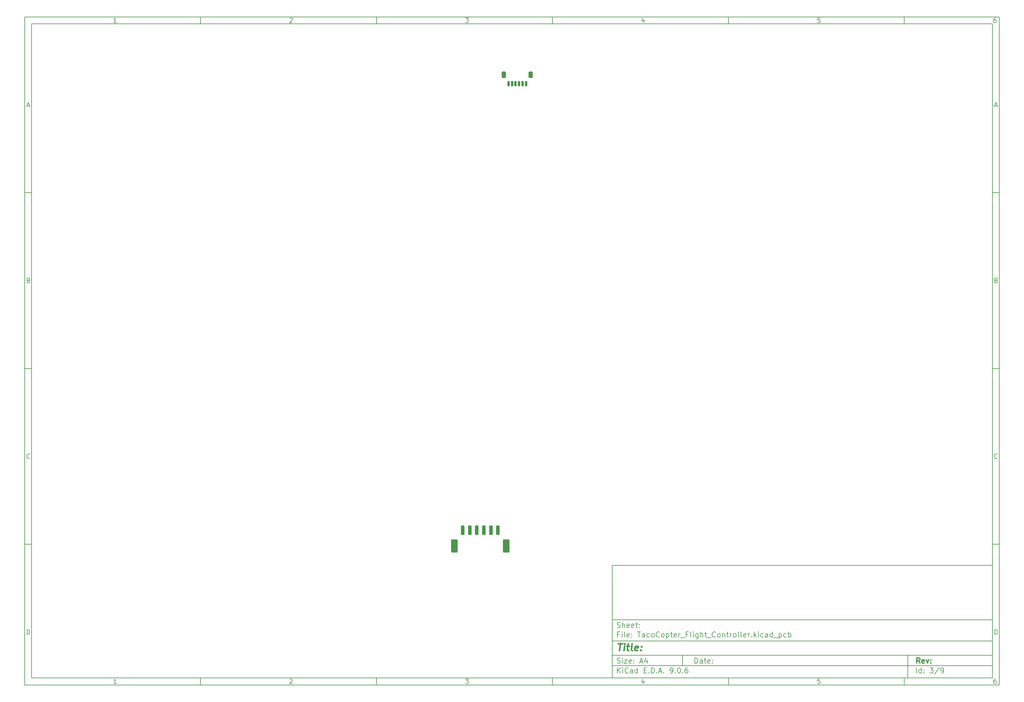
<source format=gtp>
%TF.GenerationSoftware,KiCad,Pcbnew,9.0.6*%
%TF.CreationDate,2025-12-23T20:00:03-05:00*%
%TF.ProjectId,TacoCopter_Flight_Controller,5461636f-436f-4707-9465-725f466c6967,rev?*%
%TF.SameCoordinates,Original*%
%TF.FileFunction,Paste,Top*%
%TF.FilePolarity,Positive*%
%FSLAX46Y46*%
G04 Gerber Fmt 4.6, Leading zero omitted, Abs format (unit mm)*
G04 Created by KiCad (PCBNEW 9.0.6) date 2025-12-23 20:00:03*
%MOMM*%
%LPD*%
G01*
G04 APERTURE LIST*
G04 Aperture macros list*
%AMRoundRect*
0 Rectangle with rounded corners*
0 $1 Rounding radius*
0 $2 $3 $4 $5 $6 $7 $8 $9 X,Y pos of 4 corners*
0 Add a 4 corners polygon primitive as box body*
4,1,4,$2,$3,$4,$5,$6,$7,$8,$9,$2,$3,0*
0 Add four circle primitives for the rounded corners*
1,1,$1+$1,$2,$3*
1,1,$1+$1,$4,$5*
1,1,$1+$1,$6,$7*
1,1,$1+$1,$8,$9*
0 Add four rect primitives between the rounded corners*
20,1,$1+$1,$2,$3,$4,$5,0*
20,1,$1+$1,$4,$5,$6,$7,0*
20,1,$1+$1,$6,$7,$8,$9,0*
20,1,$1+$1,$8,$9,$2,$3,0*%
G04 Aperture macros list end*
%ADD10C,0.100000*%
%ADD11C,0.150000*%
%ADD12C,0.300000*%
%ADD13C,0.400000*%
%ADD14RoundRect,0.150000X-0.150000X-0.625000X0.150000X-0.625000X0.150000X0.625000X-0.150000X0.625000X0*%
%ADD15RoundRect,0.250000X-0.350000X-0.650000X0.350000X-0.650000X0.350000X0.650000X-0.350000X0.650000X0*%
%ADD16RoundRect,0.250000X-0.250000X-1.100000X0.250000X-1.100000X0.250000X1.100000X-0.250000X1.100000X0*%
%ADD17RoundRect,0.250000X-0.650000X-1.650000X0.650000X-1.650000X0.650000X1.650000X-0.650000X1.650000X0*%
G04 APERTURE END LIST*
D10*
D11*
X177002200Y-166007200D02*
X285002200Y-166007200D01*
X285002200Y-198007200D01*
X177002200Y-198007200D01*
X177002200Y-166007200D01*
D10*
D11*
X10000000Y-10000000D02*
X287002200Y-10000000D01*
X287002200Y-200007200D01*
X10000000Y-200007200D01*
X10000000Y-10000000D01*
D10*
D11*
X12000000Y-12000000D02*
X285002200Y-12000000D01*
X285002200Y-198007200D01*
X12000000Y-198007200D01*
X12000000Y-12000000D01*
D10*
D11*
X60000000Y-12000000D02*
X60000000Y-10000000D01*
D10*
D11*
X110000000Y-12000000D02*
X110000000Y-10000000D01*
D10*
D11*
X160000000Y-12000000D02*
X160000000Y-10000000D01*
D10*
D11*
X210000000Y-12000000D02*
X210000000Y-10000000D01*
D10*
D11*
X260000000Y-12000000D02*
X260000000Y-10000000D01*
D10*
D11*
X36089160Y-11593604D02*
X35346303Y-11593604D01*
X35717731Y-11593604D02*
X35717731Y-10293604D01*
X35717731Y-10293604D02*
X35593922Y-10479319D01*
X35593922Y-10479319D02*
X35470112Y-10603128D01*
X35470112Y-10603128D02*
X35346303Y-10665033D01*
D10*
D11*
X85346303Y-10417414D02*
X85408207Y-10355509D01*
X85408207Y-10355509D02*
X85532017Y-10293604D01*
X85532017Y-10293604D02*
X85841541Y-10293604D01*
X85841541Y-10293604D02*
X85965350Y-10355509D01*
X85965350Y-10355509D02*
X86027255Y-10417414D01*
X86027255Y-10417414D02*
X86089160Y-10541223D01*
X86089160Y-10541223D02*
X86089160Y-10665033D01*
X86089160Y-10665033D02*
X86027255Y-10850747D01*
X86027255Y-10850747D02*
X85284398Y-11593604D01*
X85284398Y-11593604D02*
X86089160Y-11593604D01*
D10*
D11*
X135284398Y-10293604D02*
X136089160Y-10293604D01*
X136089160Y-10293604D02*
X135655826Y-10788842D01*
X135655826Y-10788842D02*
X135841541Y-10788842D01*
X135841541Y-10788842D02*
X135965350Y-10850747D01*
X135965350Y-10850747D02*
X136027255Y-10912652D01*
X136027255Y-10912652D02*
X136089160Y-11036461D01*
X136089160Y-11036461D02*
X136089160Y-11345985D01*
X136089160Y-11345985D02*
X136027255Y-11469795D01*
X136027255Y-11469795D02*
X135965350Y-11531700D01*
X135965350Y-11531700D02*
X135841541Y-11593604D01*
X135841541Y-11593604D02*
X135470112Y-11593604D01*
X135470112Y-11593604D02*
X135346303Y-11531700D01*
X135346303Y-11531700D02*
X135284398Y-11469795D01*
D10*
D11*
X185965350Y-10726938D02*
X185965350Y-11593604D01*
X185655826Y-10231700D02*
X185346303Y-11160271D01*
X185346303Y-11160271D02*
X186151064Y-11160271D01*
D10*
D11*
X236027255Y-10293604D02*
X235408207Y-10293604D01*
X235408207Y-10293604D02*
X235346303Y-10912652D01*
X235346303Y-10912652D02*
X235408207Y-10850747D01*
X235408207Y-10850747D02*
X235532017Y-10788842D01*
X235532017Y-10788842D02*
X235841541Y-10788842D01*
X235841541Y-10788842D02*
X235965350Y-10850747D01*
X235965350Y-10850747D02*
X236027255Y-10912652D01*
X236027255Y-10912652D02*
X236089160Y-11036461D01*
X236089160Y-11036461D02*
X236089160Y-11345985D01*
X236089160Y-11345985D02*
X236027255Y-11469795D01*
X236027255Y-11469795D02*
X235965350Y-11531700D01*
X235965350Y-11531700D02*
X235841541Y-11593604D01*
X235841541Y-11593604D02*
X235532017Y-11593604D01*
X235532017Y-11593604D02*
X235408207Y-11531700D01*
X235408207Y-11531700D02*
X235346303Y-11469795D01*
D10*
D11*
X285965350Y-10293604D02*
X285717731Y-10293604D01*
X285717731Y-10293604D02*
X285593922Y-10355509D01*
X285593922Y-10355509D02*
X285532017Y-10417414D01*
X285532017Y-10417414D02*
X285408207Y-10603128D01*
X285408207Y-10603128D02*
X285346303Y-10850747D01*
X285346303Y-10850747D02*
X285346303Y-11345985D01*
X285346303Y-11345985D02*
X285408207Y-11469795D01*
X285408207Y-11469795D02*
X285470112Y-11531700D01*
X285470112Y-11531700D02*
X285593922Y-11593604D01*
X285593922Y-11593604D02*
X285841541Y-11593604D01*
X285841541Y-11593604D02*
X285965350Y-11531700D01*
X285965350Y-11531700D02*
X286027255Y-11469795D01*
X286027255Y-11469795D02*
X286089160Y-11345985D01*
X286089160Y-11345985D02*
X286089160Y-11036461D01*
X286089160Y-11036461D02*
X286027255Y-10912652D01*
X286027255Y-10912652D02*
X285965350Y-10850747D01*
X285965350Y-10850747D02*
X285841541Y-10788842D01*
X285841541Y-10788842D02*
X285593922Y-10788842D01*
X285593922Y-10788842D02*
X285470112Y-10850747D01*
X285470112Y-10850747D02*
X285408207Y-10912652D01*
X285408207Y-10912652D02*
X285346303Y-11036461D01*
D10*
D11*
X60000000Y-198007200D02*
X60000000Y-200007200D01*
D10*
D11*
X110000000Y-198007200D02*
X110000000Y-200007200D01*
D10*
D11*
X160000000Y-198007200D02*
X160000000Y-200007200D01*
D10*
D11*
X210000000Y-198007200D02*
X210000000Y-200007200D01*
D10*
D11*
X260000000Y-198007200D02*
X260000000Y-200007200D01*
D10*
D11*
X36089160Y-199600804D02*
X35346303Y-199600804D01*
X35717731Y-199600804D02*
X35717731Y-198300804D01*
X35717731Y-198300804D02*
X35593922Y-198486519D01*
X35593922Y-198486519D02*
X35470112Y-198610328D01*
X35470112Y-198610328D02*
X35346303Y-198672233D01*
D10*
D11*
X85346303Y-198424614D02*
X85408207Y-198362709D01*
X85408207Y-198362709D02*
X85532017Y-198300804D01*
X85532017Y-198300804D02*
X85841541Y-198300804D01*
X85841541Y-198300804D02*
X85965350Y-198362709D01*
X85965350Y-198362709D02*
X86027255Y-198424614D01*
X86027255Y-198424614D02*
X86089160Y-198548423D01*
X86089160Y-198548423D02*
X86089160Y-198672233D01*
X86089160Y-198672233D02*
X86027255Y-198857947D01*
X86027255Y-198857947D02*
X85284398Y-199600804D01*
X85284398Y-199600804D02*
X86089160Y-199600804D01*
D10*
D11*
X135284398Y-198300804D02*
X136089160Y-198300804D01*
X136089160Y-198300804D02*
X135655826Y-198796042D01*
X135655826Y-198796042D02*
X135841541Y-198796042D01*
X135841541Y-198796042D02*
X135965350Y-198857947D01*
X135965350Y-198857947D02*
X136027255Y-198919852D01*
X136027255Y-198919852D02*
X136089160Y-199043661D01*
X136089160Y-199043661D02*
X136089160Y-199353185D01*
X136089160Y-199353185D02*
X136027255Y-199476995D01*
X136027255Y-199476995D02*
X135965350Y-199538900D01*
X135965350Y-199538900D02*
X135841541Y-199600804D01*
X135841541Y-199600804D02*
X135470112Y-199600804D01*
X135470112Y-199600804D02*
X135346303Y-199538900D01*
X135346303Y-199538900D02*
X135284398Y-199476995D01*
D10*
D11*
X185965350Y-198734138D02*
X185965350Y-199600804D01*
X185655826Y-198238900D02*
X185346303Y-199167471D01*
X185346303Y-199167471D02*
X186151064Y-199167471D01*
D10*
D11*
X236027255Y-198300804D02*
X235408207Y-198300804D01*
X235408207Y-198300804D02*
X235346303Y-198919852D01*
X235346303Y-198919852D02*
X235408207Y-198857947D01*
X235408207Y-198857947D02*
X235532017Y-198796042D01*
X235532017Y-198796042D02*
X235841541Y-198796042D01*
X235841541Y-198796042D02*
X235965350Y-198857947D01*
X235965350Y-198857947D02*
X236027255Y-198919852D01*
X236027255Y-198919852D02*
X236089160Y-199043661D01*
X236089160Y-199043661D02*
X236089160Y-199353185D01*
X236089160Y-199353185D02*
X236027255Y-199476995D01*
X236027255Y-199476995D02*
X235965350Y-199538900D01*
X235965350Y-199538900D02*
X235841541Y-199600804D01*
X235841541Y-199600804D02*
X235532017Y-199600804D01*
X235532017Y-199600804D02*
X235408207Y-199538900D01*
X235408207Y-199538900D02*
X235346303Y-199476995D01*
D10*
D11*
X285965350Y-198300804D02*
X285717731Y-198300804D01*
X285717731Y-198300804D02*
X285593922Y-198362709D01*
X285593922Y-198362709D02*
X285532017Y-198424614D01*
X285532017Y-198424614D02*
X285408207Y-198610328D01*
X285408207Y-198610328D02*
X285346303Y-198857947D01*
X285346303Y-198857947D02*
X285346303Y-199353185D01*
X285346303Y-199353185D02*
X285408207Y-199476995D01*
X285408207Y-199476995D02*
X285470112Y-199538900D01*
X285470112Y-199538900D02*
X285593922Y-199600804D01*
X285593922Y-199600804D02*
X285841541Y-199600804D01*
X285841541Y-199600804D02*
X285965350Y-199538900D01*
X285965350Y-199538900D02*
X286027255Y-199476995D01*
X286027255Y-199476995D02*
X286089160Y-199353185D01*
X286089160Y-199353185D02*
X286089160Y-199043661D01*
X286089160Y-199043661D02*
X286027255Y-198919852D01*
X286027255Y-198919852D02*
X285965350Y-198857947D01*
X285965350Y-198857947D02*
X285841541Y-198796042D01*
X285841541Y-198796042D02*
X285593922Y-198796042D01*
X285593922Y-198796042D02*
X285470112Y-198857947D01*
X285470112Y-198857947D02*
X285408207Y-198919852D01*
X285408207Y-198919852D02*
X285346303Y-199043661D01*
D10*
D11*
X10000000Y-60000000D02*
X12000000Y-60000000D01*
D10*
D11*
X10000000Y-110000000D02*
X12000000Y-110000000D01*
D10*
D11*
X10000000Y-160000000D02*
X12000000Y-160000000D01*
D10*
D11*
X10690476Y-35222176D02*
X11309523Y-35222176D01*
X10566666Y-35593604D02*
X10999999Y-34293604D01*
X10999999Y-34293604D02*
X11433333Y-35593604D01*
D10*
D11*
X11092857Y-84912652D02*
X11278571Y-84974557D01*
X11278571Y-84974557D02*
X11340476Y-85036461D01*
X11340476Y-85036461D02*
X11402380Y-85160271D01*
X11402380Y-85160271D02*
X11402380Y-85345985D01*
X11402380Y-85345985D02*
X11340476Y-85469795D01*
X11340476Y-85469795D02*
X11278571Y-85531700D01*
X11278571Y-85531700D02*
X11154761Y-85593604D01*
X11154761Y-85593604D02*
X10659523Y-85593604D01*
X10659523Y-85593604D02*
X10659523Y-84293604D01*
X10659523Y-84293604D02*
X11092857Y-84293604D01*
X11092857Y-84293604D02*
X11216666Y-84355509D01*
X11216666Y-84355509D02*
X11278571Y-84417414D01*
X11278571Y-84417414D02*
X11340476Y-84541223D01*
X11340476Y-84541223D02*
X11340476Y-84665033D01*
X11340476Y-84665033D02*
X11278571Y-84788842D01*
X11278571Y-84788842D02*
X11216666Y-84850747D01*
X11216666Y-84850747D02*
X11092857Y-84912652D01*
X11092857Y-84912652D02*
X10659523Y-84912652D01*
D10*
D11*
X11402380Y-135469795D02*
X11340476Y-135531700D01*
X11340476Y-135531700D02*
X11154761Y-135593604D01*
X11154761Y-135593604D02*
X11030952Y-135593604D01*
X11030952Y-135593604D02*
X10845238Y-135531700D01*
X10845238Y-135531700D02*
X10721428Y-135407890D01*
X10721428Y-135407890D02*
X10659523Y-135284080D01*
X10659523Y-135284080D02*
X10597619Y-135036461D01*
X10597619Y-135036461D02*
X10597619Y-134850747D01*
X10597619Y-134850747D02*
X10659523Y-134603128D01*
X10659523Y-134603128D02*
X10721428Y-134479319D01*
X10721428Y-134479319D02*
X10845238Y-134355509D01*
X10845238Y-134355509D02*
X11030952Y-134293604D01*
X11030952Y-134293604D02*
X11154761Y-134293604D01*
X11154761Y-134293604D02*
X11340476Y-134355509D01*
X11340476Y-134355509D02*
X11402380Y-134417414D01*
D10*
D11*
X10659523Y-185593604D02*
X10659523Y-184293604D01*
X10659523Y-184293604D02*
X10969047Y-184293604D01*
X10969047Y-184293604D02*
X11154761Y-184355509D01*
X11154761Y-184355509D02*
X11278571Y-184479319D01*
X11278571Y-184479319D02*
X11340476Y-184603128D01*
X11340476Y-184603128D02*
X11402380Y-184850747D01*
X11402380Y-184850747D02*
X11402380Y-185036461D01*
X11402380Y-185036461D02*
X11340476Y-185284080D01*
X11340476Y-185284080D02*
X11278571Y-185407890D01*
X11278571Y-185407890D02*
X11154761Y-185531700D01*
X11154761Y-185531700D02*
X10969047Y-185593604D01*
X10969047Y-185593604D02*
X10659523Y-185593604D01*
D10*
D11*
X287002200Y-60000000D02*
X285002200Y-60000000D01*
D10*
D11*
X287002200Y-110000000D02*
X285002200Y-110000000D01*
D10*
D11*
X287002200Y-160000000D02*
X285002200Y-160000000D01*
D10*
D11*
X285692676Y-35222176D02*
X286311723Y-35222176D01*
X285568866Y-35593604D02*
X286002199Y-34293604D01*
X286002199Y-34293604D02*
X286435533Y-35593604D01*
D10*
D11*
X286095057Y-84912652D02*
X286280771Y-84974557D01*
X286280771Y-84974557D02*
X286342676Y-85036461D01*
X286342676Y-85036461D02*
X286404580Y-85160271D01*
X286404580Y-85160271D02*
X286404580Y-85345985D01*
X286404580Y-85345985D02*
X286342676Y-85469795D01*
X286342676Y-85469795D02*
X286280771Y-85531700D01*
X286280771Y-85531700D02*
X286156961Y-85593604D01*
X286156961Y-85593604D02*
X285661723Y-85593604D01*
X285661723Y-85593604D02*
X285661723Y-84293604D01*
X285661723Y-84293604D02*
X286095057Y-84293604D01*
X286095057Y-84293604D02*
X286218866Y-84355509D01*
X286218866Y-84355509D02*
X286280771Y-84417414D01*
X286280771Y-84417414D02*
X286342676Y-84541223D01*
X286342676Y-84541223D02*
X286342676Y-84665033D01*
X286342676Y-84665033D02*
X286280771Y-84788842D01*
X286280771Y-84788842D02*
X286218866Y-84850747D01*
X286218866Y-84850747D02*
X286095057Y-84912652D01*
X286095057Y-84912652D02*
X285661723Y-84912652D01*
D10*
D11*
X286404580Y-135469795D02*
X286342676Y-135531700D01*
X286342676Y-135531700D02*
X286156961Y-135593604D01*
X286156961Y-135593604D02*
X286033152Y-135593604D01*
X286033152Y-135593604D02*
X285847438Y-135531700D01*
X285847438Y-135531700D02*
X285723628Y-135407890D01*
X285723628Y-135407890D02*
X285661723Y-135284080D01*
X285661723Y-135284080D02*
X285599819Y-135036461D01*
X285599819Y-135036461D02*
X285599819Y-134850747D01*
X285599819Y-134850747D02*
X285661723Y-134603128D01*
X285661723Y-134603128D02*
X285723628Y-134479319D01*
X285723628Y-134479319D02*
X285847438Y-134355509D01*
X285847438Y-134355509D02*
X286033152Y-134293604D01*
X286033152Y-134293604D02*
X286156961Y-134293604D01*
X286156961Y-134293604D02*
X286342676Y-134355509D01*
X286342676Y-134355509D02*
X286404580Y-134417414D01*
D10*
D11*
X285661723Y-185593604D02*
X285661723Y-184293604D01*
X285661723Y-184293604D02*
X285971247Y-184293604D01*
X285971247Y-184293604D02*
X286156961Y-184355509D01*
X286156961Y-184355509D02*
X286280771Y-184479319D01*
X286280771Y-184479319D02*
X286342676Y-184603128D01*
X286342676Y-184603128D02*
X286404580Y-184850747D01*
X286404580Y-184850747D02*
X286404580Y-185036461D01*
X286404580Y-185036461D02*
X286342676Y-185284080D01*
X286342676Y-185284080D02*
X286280771Y-185407890D01*
X286280771Y-185407890D02*
X286156961Y-185531700D01*
X286156961Y-185531700D02*
X285971247Y-185593604D01*
X285971247Y-185593604D02*
X285661723Y-185593604D01*
D10*
D11*
X200458026Y-193793328D02*
X200458026Y-192293328D01*
X200458026Y-192293328D02*
X200815169Y-192293328D01*
X200815169Y-192293328D02*
X201029455Y-192364757D01*
X201029455Y-192364757D02*
X201172312Y-192507614D01*
X201172312Y-192507614D02*
X201243741Y-192650471D01*
X201243741Y-192650471D02*
X201315169Y-192936185D01*
X201315169Y-192936185D02*
X201315169Y-193150471D01*
X201315169Y-193150471D02*
X201243741Y-193436185D01*
X201243741Y-193436185D02*
X201172312Y-193579042D01*
X201172312Y-193579042D02*
X201029455Y-193721900D01*
X201029455Y-193721900D02*
X200815169Y-193793328D01*
X200815169Y-193793328D02*
X200458026Y-193793328D01*
X202600884Y-193793328D02*
X202600884Y-193007614D01*
X202600884Y-193007614D02*
X202529455Y-192864757D01*
X202529455Y-192864757D02*
X202386598Y-192793328D01*
X202386598Y-192793328D02*
X202100884Y-192793328D01*
X202100884Y-192793328D02*
X201958026Y-192864757D01*
X202600884Y-193721900D02*
X202458026Y-193793328D01*
X202458026Y-193793328D02*
X202100884Y-193793328D01*
X202100884Y-193793328D02*
X201958026Y-193721900D01*
X201958026Y-193721900D02*
X201886598Y-193579042D01*
X201886598Y-193579042D02*
X201886598Y-193436185D01*
X201886598Y-193436185D02*
X201958026Y-193293328D01*
X201958026Y-193293328D02*
X202100884Y-193221900D01*
X202100884Y-193221900D02*
X202458026Y-193221900D01*
X202458026Y-193221900D02*
X202600884Y-193150471D01*
X203100884Y-192793328D02*
X203672312Y-192793328D01*
X203315169Y-192293328D02*
X203315169Y-193579042D01*
X203315169Y-193579042D02*
X203386598Y-193721900D01*
X203386598Y-193721900D02*
X203529455Y-193793328D01*
X203529455Y-193793328D02*
X203672312Y-193793328D01*
X204743741Y-193721900D02*
X204600884Y-193793328D01*
X204600884Y-193793328D02*
X204315170Y-193793328D01*
X204315170Y-193793328D02*
X204172312Y-193721900D01*
X204172312Y-193721900D02*
X204100884Y-193579042D01*
X204100884Y-193579042D02*
X204100884Y-193007614D01*
X204100884Y-193007614D02*
X204172312Y-192864757D01*
X204172312Y-192864757D02*
X204315170Y-192793328D01*
X204315170Y-192793328D02*
X204600884Y-192793328D01*
X204600884Y-192793328D02*
X204743741Y-192864757D01*
X204743741Y-192864757D02*
X204815170Y-193007614D01*
X204815170Y-193007614D02*
X204815170Y-193150471D01*
X204815170Y-193150471D02*
X204100884Y-193293328D01*
X205458026Y-193650471D02*
X205529455Y-193721900D01*
X205529455Y-193721900D02*
X205458026Y-193793328D01*
X205458026Y-193793328D02*
X205386598Y-193721900D01*
X205386598Y-193721900D02*
X205458026Y-193650471D01*
X205458026Y-193650471D02*
X205458026Y-193793328D01*
X205458026Y-192864757D02*
X205529455Y-192936185D01*
X205529455Y-192936185D02*
X205458026Y-193007614D01*
X205458026Y-193007614D02*
X205386598Y-192936185D01*
X205386598Y-192936185D02*
X205458026Y-192864757D01*
X205458026Y-192864757D02*
X205458026Y-193007614D01*
D10*
D11*
X177002200Y-194507200D02*
X285002200Y-194507200D01*
D10*
D11*
X178458026Y-196593328D02*
X178458026Y-195093328D01*
X179315169Y-196593328D02*
X178672312Y-195736185D01*
X179315169Y-195093328D02*
X178458026Y-195950471D01*
X179958026Y-196593328D02*
X179958026Y-195593328D01*
X179958026Y-195093328D02*
X179886598Y-195164757D01*
X179886598Y-195164757D02*
X179958026Y-195236185D01*
X179958026Y-195236185D02*
X180029455Y-195164757D01*
X180029455Y-195164757D02*
X179958026Y-195093328D01*
X179958026Y-195093328D02*
X179958026Y-195236185D01*
X181529455Y-196450471D02*
X181458027Y-196521900D01*
X181458027Y-196521900D02*
X181243741Y-196593328D01*
X181243741Y-196593328D02*
X181100884Y-196593328D01*
X181100884Y-196593328D02*
X180886598Y-196521900D01*
X180886598Y-196521900D02*
X180743741Y-196379042D01*
X180743741Y-196379042D02*
X180672312Y-196236185D01*
X180672312Y-196236185D02*
X180600884Y-195950471D01*
X180600884Y-195950471D02*
X180600884Y-195736185D01*
X180600884Y-195736185D02*
X180672312Y-195450471D01*
X180672312Y-195450471D02*
X180743741Y-195307614D01*
X180743741Y-195307614D02*
X180886598Y-195164757D01*
X180886598Y-195164757D02*
X181100884Y-195093328D01*
X181100884Y-195093328D02*
X181243741Y-195093328D01*
X181243741Y-195093328D02*
X181458027Y-195164757D01*
X181458027Y-195164757D02*
X181529455Y-195236185D01*
X182815170Y-196593328D02*
X182815170Y-195807614D01*
X182815170Y-195807614D02*
X182743741Y-195664757D01*
X182743741Y-195664757D02*
X182600884Y-195593328D01*
X182600884Y-195593328D02*
X182315170Y-195593328D01*
X182315170Y-195593328D02*
X182172312Y-195664757D01*
X182815170Y-196521900D02*
X182672312Y-196593328D01*
X182672312Y-196593328D02*
X182315170Y-196593328D01*
X182315170Y-196593328D02*
X182172312Y-196521900D01*
X182172312Y-196521900D02*
X182100884Y-196379042D01*
X182100884Y-196379042D02*
X182100884Y-196236185D01*
X182100884Y-196236185D02*
X182172312Y-196093328D01*
X182172312Y-196093328D02*
X182315170Y-196021900D01*
X182315170Y-196021900D02*
X182672312Y-196021900D01*
X182672312Y-196021900D02*
X182815170Y-195950471D01*
X184172313Y-196593328D02*
X184172313Y-195093328D01*
X184172313Y-196521900D02*
X184029455Y-196593328D01*
X184029455Y-196593328D02*
X183743741Y-196593328D01*
X183743741Y-196593328D02*
X183600884Y-196521900D01*
X183600884Y-196521900D02*
X183529455Y-196450471D01*
X183529455Y-196450471D02*
X183458027Y-196307614D01*
X183458027Y-196307614D02*
X183458027Y-195879042D01*
X183458027Y-195879042D02*
X183529455Y-195736185D01*
X183529455Y-195736185D02*
X183600884Y-195664757D01*
X183600884Y-195664757D02*
X183743741Y-195593328D01*
X183743741Y-195593328D02*
X184029455Y-195593328D01*
X184029455Y-195593328D02*
X184172313Y-195664757D01*
X186029455Y-195807614D02*
X186529455Y-195807614D01*
X186743741Y-196593328D02*
X186029455Y-196593328D01*
X186029455Y-196593328D02*
X186029455Y-195093328D01*
X186029455Y-195093328D02*
X186743741Y-195093328D01*
X187386598Y-196450471D02*
X187458027Y-196521900D01*
X187458027Y-196521900D02*
X187386598Y-196593328D01*
X187386598Y-196593328D02*
X187315170Y-196521900D01*
X187315170Y-196521900D02*
X187386598Y-196450471D01*
X187386598Y-196450471D02*
X187386598Y-196593328D01*
X188100884Y-196593328D02*
X188100884Y-195093328D01*
X188100884Y-195093328D02*
X188458027Y-195093328D01*
X188458027Y-195093328D02*
X188672313Y-195164757D01*
X188672313Y-195164757D02*
X188815170Y-195307614D01*
X188815170Y-195307614D02*
X188886599Y-195450471D01*
X188886599Y-195450471D02*
X188958027Y-195736185D01*
X188958027Y-195736185D02*
X188958027Y-195950471D01*
X188958027Y-195950471D02*
X188886599Y-196236185D01*
X188886599Y-196236185D02*
X188815170Y-196379042D01*
X188815170Y-196379042D02*
X188672313Y-196521900D01*
X188672313Y-196521900D02*
X188458027Y-196593328D01*
X188458027Y-196593328D02*
X188100884Y-196593328D01*
X189600884Y-196450471D02*
X189672313Y-196521900D01*
X189672313Y-196521900D02*
X189600884Y-196593328D01*
X189600884Y-196593328D02*
X189529456Y-196521900D01*
X189529456Y-196521900D02*
X189600884Y-196450471D01*
X189600884Y-196450471D02*
X189600884Y-196593328D01*
X190243742Y-196164757D02*
X190958028Y-196164757D01*
X190100885Y-196593328D02*
X190600885Y-195093328D01*
X190600885Y-195093328D02*
X191100885Y-196593328D01*
X191600884Y-196450471D02*
X191672313Y-196521900D01*
X191672313Y-196521900D02*
X191600884Y-196593328D01*
X191600884Y-196593328D02*
X191529456Y-196521900D01*
X191529456Y-196521900D02*
X191600884Y-196450471D01*
X191600884Y-196450471D02*
X191600884Y-196593328D01*
X193529456Y-196593328D02*
X193815170Y-196593328D01*
X193815170Y-196593328D02*
X193958027Y-196521900D01*
X193958027Y-196521900D02*
X194029456Y-196450471D01*
X194029456Y-196450471D02*
X194172313Y-196236185D01*
X194172313Y-196236185D02*
X194243742Y-195950471D01*
X194243742Y-195950471D02*
X194243742Y-195379042D01*
X194243742Y-195379042D02*
X194172313Y-195236185D01*
X194172313Y-195236185D02*
X194100885Y-195164757D01*
X194100885Y-195164757D02*
X193958027Y-195093328D01*
X193958027Y-195093328D02*
X193672313Y-195093328D01*
X193672313Y-195093328D02*
X193529456Y-195164757D01*
X193529456Y-195164757D02*
X193458027Y-195236185D01*
X193458027Y-195236185D02*
X193386599Y-195379042D01*
X193386599Y-195379042D02*
X193386599Y-195736185D01*
X193386599Y-195736185D02*
X193458027Y-195879042D01*
X193458027Y-195879042D02*
X193529456Y-195950471D01*
X193529456Y-195950471D02*
X193672313Y-196021900D01*
X193672313Y-196021900D02*
X193958027Y-196021900D01*
X193958027Y-196021900D02*
X194100885Y-195950471D01*
X194100885Y-195950471D02*
X194172313Y-195879042D01*
X194172313Y-195879042D02*
X194243742Y-195736185D01*
X194886598Y-196450471D02*
X194958027Y-196521900D01*
X194958027Y-196521900D02*
X194886598Y-196593328D01*
X194886598Y-196593328D02*
X194815170Y-196521900D01*
X194815170Y-196521900D02*
X194886598Y-196450471D01*
X194886598Y-196450471D02*
X194886598Y-196593328D01*
X195886599Y-195093328D02*
X196029456Y-195093328D01*
X196029456Y-195093328D02*
X196172313Y-195164757D01*
X196172313Y-195164757D02*
X196243742Y-195236185D01*
X196243742Y-195236185D02*
X196315170Y-195379042D01*
X196315170Y-195379042D02*
X196386599Y-195664757D01*
X196386599Y-195664757D02*
X196386599Y-196021900D01*
X196386599Y-196021900D02*
X196315170Y-196307614D01*
X196315170Y-196307614D02*
X196243742Y-196450471D01*
X196243742Y-196450471D02*
X196172313Y-196521900D01*
X196172313Y-196521900D02*
X196029456Y-196593328D01*
X196029456Y-196593328D02*
X195886599Y-196593328D01*
X195886599Y-196593328D02*
X195743742Y-196521900D01*
X195743742Y-196521900D02*
X195672313Y-196450471D01*
X195672313Y-196450471D02*
X195600884Y-196307614D01*
X195600884Y-196307614D02*
X195529456Y-196021900D01*
X195529456Y-196021900D02*
X195529456Y-195664757D01*
X195529456Y-195664757D02*
X195600884Y-195379042D01*
X195600884Y-195379042D02*
X195672313Y-195236185D01*
X195672313Y-195236185D02*
X195743742Y-195164757D01*
X195743742Y-195164757D02*
X195886599Y-195093328D01*
X197029455Y-196450471D02*
X197100884Y-196521900D01*
X197100884Y-196521900D02*
X197029455Y-196593328D01*
X197029455Y-196593328D02*
X196958027Y-196521900D01*
X196958027Y-196521900D02*
X197029455Y-196450471D01*
X197029455Y-196450471D02*
X197029455Y-196593328D01*
X198386599Y-195093328D02*
X198100884Y-195093328D01*
X198100884Y-195093328D02*
X197958027Y-195164757D01*
X197958027Y-195164757D02*
X197886599Y-195236185D01*
X197886599Y-195236185D02*
X197743741Y-195450471D01*
X197743741Y-195450471D02*
X197672313Y-195736185D01*
X197672313Y-195736185D02*
X197672313Y-196307614D01*
X197672313Y-196307614D02*
X197743741Y-196450471D01*
X197743741Y-196450471D02*
X197815170Y-196521900D01*
X197815170Y-196521900D02*
X197958027Y-196593328D01*
X197958027Y-196593328D02*
X198243741Y-196593328D01*
X198243741Y-196593328D02*
X198386599Y-196521900D01*
X198386599Y-196521900D02*
X198458027Y-196450471D01*
X198458027Y-196450471D02*
X198529456Y-196307614D01*
X198529456Y-196307614D02*
X198529456Y-195950471D01*
X198529456Y-195950471D02*
X198458027Y-195807614D01*
X198458027Y-195807614D02*
X198386599Y-195736185D01*
X198386599Y-195736185D02*
X198243741Y-195664757D01*
X198243741Y-195664757D02*
X197958027Y-195664757D01*
X197958027Y-195664757D02*
X197815170Y-195736185D01*
X197815170Y-195736185D02*
X197743741Y-195807614D01*
X197743741Y-195807614D02*
X197672313Y-195950471D01*
D10*
D11*
X177002200Y-191507200D02*
X285002200Y-191507200D01*
D10*
D12*
X264413853Y-193785528D02*
X263913853Y-193071242D01*
X263556710Y-193785528D02*
X263556710Y-192285528D01*
X263556710Y-192285528D02*
X264128139Y-192285528D01*
X264128139Y-192285528D02*
X264270996Y-192356957D01*
X264270996Y-192356957D02*
X264342425Y-192428385D01*
X264342425Y-192428385D02*
X264413853Y-192571242D01*
X264413853Y-192571242D02*
X264413853Y-192785528D01*
X264413853Y-192785528D02*
X264342425Y-192928385D01*
X264342425Y-192928385D02*
X264270996Y-192999814D01*
X264270996Y-192999814D02*
X264128139Y-193071242D01*
X264128139Y-193071242D02*
X263556710Y-193071242D01*
X265628139Y-193714100D02*
X265485282Y-193785528D01*
X265485282Y-193785528D02*
X265199568Y-193785528D01*
X265199568Y-193785528D02*
X265056710Y-193714100D01*
X265056710Y-193714100D02*
X264985282Y-193571242D01*
X264985282Y-193571242D02*
X264985282Y-192999814D01*
X264985282Y-192999814D02*
X265056710Y-192856957D01*
X265056710Y-192856957D02*
X265199568Y-192785528D01*
X265199568Y-192785528D02*
X265485282Y-192785528D01*
X265485282Y-192785528D02*
X265628139Y-192856957D01*
X265628139Y-192856957D02*
X265699568Y-192999814D01*
X265699568Y-192999814D02*
X265699568Y-193142671D01*
X265699568Y-193142671D02*
X264985282Y-193285528D01*
X266199567Y-192785528D02*
X266556710Y-193785528D01*
X266556710Y-193785528D02*
X266913853Y-192785528D01*
X267485281Y-193642671D02*
X267556710Y-193714100D01*
X267556710Y-193714100D02*
X267485281Y-193785528D01*
X267485281Y-193785528D02*
X267413853Y-193714100D01*
X267413853Y-193714100D02*
X267485281Y-193642671D01*
X267485281Y-193642671D02*
X267485281Y-193785528D01*
X267485281Y-192856957D02*
X267556710Y-192928385D01*
X267556710Y-192928385D02*
X267485281Y-192999814D01*
X267485281Y-192999814D02*
X267413853Y-192928385D01*
X267413853Y-192928385D02*
X267485281Y-192856957D01*
X267485281Y-192856957D02*
X267485281Y-192999814D01*
D10*
D11*
X178386598Y-193721900D02*
X178600884Y-193793328D01*
X178600884Y-193793328D02*
X178958026Y-193793328D01*
X178958026Y-193793328D02*
X179100884Y-193721900D01*
X179100884Y-193721900D02*
X179172312Y-193650471D01*
X179172312Y-193650471D02*
X179243741Y-193507614D01*
X179243741Y-193507614D02*
X179243741Y-193364757D01*
X179243741Y-193364757D02*
X179172312Y-193221900D01*
X179172312Y-193221900D02*
X179100884Y-193150471D01*
X179100884Y-193150471D02*
X178958026Y-193079042D01*
X178958026Y-193079042D02*
X178672312Y-193007614D01*
X178672312Y-193007614D02*
X178529455Y-192936185D01*
X178529455Y-192936185D02*
X178458026Y-192864757D01*
X178458026Y-192864757D02*
X178386598Y-192721900D01*
X178386598Y-192721900D02*
X178386598Y-192579042D01*
X178386598Y-192579042D02*
X178458026Y-192436185D01*
X178458026Y-192436185D02*
X178529455Y-192364757D01*
X178529455Y-192364757D02*
X178672312Y-192293328D01*
X178672312Y-192293328D02*
X179029455Y-192293328D01*
X179029455Y-192293328D02*
X179243741Y-192364757D01*
X179886597Y-193793328D02*
X179886597Y-192793328D01*
X179886597Y-192293328D02*
X179815169Y-192364757D01*
X179815169Y-192364757D02*
X179886597Y-192436185D01*
X179886597Y-192436185D02*
X179958026Y-192364757D01*
X179958026Y-192364757D02*
X179886597Y-192293328D01*
X179886597Y-192293328D02*
X179886597Y-192436185D01*
X180458026Y-192793328D02*
X181243741Y-192793328D01*
X181243741Y-192793328D02*
X180458026Y-193793328D01*
X180458026Y-193793328D02*
X181243741Y-193793328D01*
X182386598Y-193721900D02*
X182243741Y-193793328D01*
X182243741Y-193793328D02*
X181958027Y-193793328D01*
X181958027Y-193793328D02*
X181815169Y-193721900D01*
X181815169Y-193721900D02*
X181743741Y-193579042D01*
X181743741Y-193579042D02*
X181743741Y-193007614D01*
X181743741Y-193007614D02*
X181815169Y-192864757D01*
X181815169Y-192864757D02*
X181958027Y-192793328D01*
X181958027Y-192793328D02*
X182243741Y-192793328D01*
X182243741Y-192793328D02*
X182386598Y-192864757D01*
X182386598Y-192864757D02*
X182458027Y-193007614D01*
X182458027Y-193007614D02*
X182458027Y-193150471D01*
X182458027Y-193150471D02*
X181743741Y-193293328D01*
X183100883Y-193650471D02*
X183172312Y-193721900D01*
X183172312Y-193721900D02*
X183100883Y-193793328D01*
X183100883Y-193793328D02*
X183029455Y-193721900D01*
X183029455Y-193721900D02*
X183100883Y-193650471D01*
X183100883Y-193650471D02*
X183100883Y-193793328D01*
X183100883Y-192864757D02*
X183172312Y-192936185D01*
X183172312Y-192936185D02*
X183100883Y-193007614D01*
X183100883Y-193007614D02*
X183029455Y-192936185D01*
X183029455Y-192936185D02*
X183100883Y-192864757D01*
X183100883Y-192864757D02*
X183100883Y-193007614D01*
X184886598Y-193364757D02*
X185600884Y-193364757D01*
X184743741Y-193793328D02*
X185243741Y-192293328D01*
X185243741Y-192293328D02*
X185743741Y-193793328D01*
X186886598Y-192793328D02*
X186886598Y-193793328D01*
X186529455Y-192221900D02*
X186172312Y-193293328D01*
X186172312Y-193293328D02*
X187100883Y-193293328D01*
D10*
D11*
X263458026Y-196593328D02*
X263458026Y-195093328D01*
X264815170Y-196593328D02*
X264815170Y-195093328D01*
X264815170Y-196521900D02*
X264672312Y-196593328D01*
X264672312Y-196593328D02*
X264386598Y-196593328D01*
X264386598Y-196593328D02*
X264243741Y-196521900D01*
X264243741Y-196521900D02*
X264172312Y-196450471D01*
X264172312Y-196450471D02*
X264100884Y-196307614D01*
X264100884Y-196307614D02*
X264100884Y-195879042D01*
X264100884Y-195879042D02*
X264172312Y-195736185D01*
X264172312Y-195736185D02*
X264243741Y-195664757D01*
X264243741Y-195664757D02*
X264386598Y-195593328D01*
X264386598Y-195593328D02*
X264672312Y-195593328D01*
X264672312Y-195593328D02*
X264815170Y-195664757D01*
X265529455Y-196450471D02*
X265600884Y-196521900D01*
X265600884Y-196521900D02*
X265529455Y-196593328D01*
X265529455Y-196593328D02*
X265458027Y-196521900D01*
X265458027Y-196521900D02*
X265529455Y-196450471D01*
X265529455Y-196450471D02*
X265529455Y-196593328D01*
X265529455Y-195664757D02*
X265600884Y-195736185D01*
X265600884Y-195736185D02*
X265529455Y-195807614D01*
X265529455Y-195807614D02*
X265458027Y-195736185D01*
X265458027Y-195736185D02*
X265529455Y-195664757D01*
X265529455Y-195664757D02*
X265529455Y-195807614D01*
X267243741Y-195093328D02*
X268172313Y-195093328D01*
X268172313Y-195093328D02*
X267672313Y-195664757D01*
X267672313Y-195664757D02*
X267886598Y-195664757D01*
X267886598Y-195664757D02*
X268029456Y-195736185D01*
X268029456Y-195736185D02*
X268100884Y-195807614D01*
X268100884Y-195807614D02*
X268172313Y-195950471D01*
X268172313Y-195950471D02*
X268172313Y-196307614D01*
X268172313Y-196307614D02*
X268100884Y-196450471D01*
X268100884Y-196450471D02*
X268029456Y-196521900D01*
X268029456Y-196521900D02*
X267886598Y-196593328D01*
X267886598Y-196593328D02*
X267458027Y-196593328D01*
X267458027Y-196593328D02*
X267315170Y-196521900D01*
X267315170Y-196521900D02*
X267243741Y-196450471D01*
X269886598Y-195021900D02*
X268600884Y-196950471D01*
X270458027Y-196593328D02*
X270743741Y-196593328D01*
X270743741Y-196593328D02*
X270886598Y-196521900D01*
X270886598Y-196521900D02*
X270958027Y-196450471D01*
X270958027Y-196450471D02*
X271100884Y-196236185D01*
X271100884Y-196236185D02*
X271172313Y-195950471D01*
X271172313Y-195950471D02*
X271172313Y-195379042D01*
X271172313Y-195379042D02*
X271100884Y-195236185D01*
X271100884Y-195236185D02*
X271029456Y-195164757D01*
X271029456Y-195164757D02*
X270886598Y-195093328D01*
X270886598Y-195093328D02*
X270600884Y-195093328D01*
X270600884Y-195093328D02*
X270458027Y-195164757D01*
X270458027Y-195164757D02*
X270386598Y-195236185D01*
X270386598Y-195236185D02*
X270315170Y-195379042D01*
X270315170Y-195379042D02*
X270315170Y-195736185D01*
X270315170Y-195736185D02*
X270386598Y-195879042D01*
X270386598Y-195879042D02*
X270458027Y-195950471D01*
X270458027Y-195950471D02*
X270600884Y-196021900D01*
X270600884Y-196021900D02*
X270886598Y-196021900D01*
X270886598Y-196021900D02*
X271029456Y-195950471D01*
X271029456Y-195950471D02*
X271100884Y-195879042D01*
X271100884Y-195879042D02*
X271172313Y-195736185D01*
D10*
D11*
X177002200Y-187507200D02*
X285002200Y-187507200D01*
D10*
D13*
X178693928Y-188211638D02*
X179836785Y-188211638D01*
X179015357Y-190211638D02*
X179265357Y-188211638D01*
X180253452Y-190211638D02*
X180420119Y-188878304D01*
X180503452Y-188211638D02*
X180396309Y-188306876D01*
X180396309Y-188306876D02*
X180479643Y-188402114D01*
X180479643Y-188402114D02*
X180586786Y-188306876D01*
X180586786Y-188306876D02*
X180503452Y-188211638D01*
X180503452Y-188211638D02*
X180479643Y-188402114D01*
X181086786Y-188878304D02*
X181848690Y-188878304D01*
X181455833Y-188211638D02*
X181241548Y-189925923D01*
X181241548Y-189925923D02*
X181312976Y-190116400D01*
X181312976Y-190116400D02*
X181491548Y-190211638D01*
X181491548Y-190211638D02*
X181682024Y-190211638D01*
X182634405Y-190211638D02*
X182455833Y-190116400D01*
X182455833Y-190116400D02*
X182384405Y-189925923D01*
X182384405Y-189925923D02*
X182598690Y-188211638D01*
X184170119Y-190116400D02*
X183967738Y-190211638D01*
X183967738Y-190211638D02*
X183586785Y-190211638D01*
X183586785Y-190211638D02*
X183408214Y-190116400D01*
X183408214Y-190116400D02*
X183336785Y-189925923D01*
X183336785Y-189925923D02*
X183432024Y-189164019D01*
X183432024Y-189164019D02*
X183551071Y-188973542D01*
X183551071Y-188973542D02*
X183753452Y-188878304D01*
X183753452Y-188878304D02*
X184134404Y-188878304D01*
X184134404Y-188878304D02*
X184312976Y-188973542D01*
X184312976Y-188973542D02*
X184384404Y-189164019D01*
X184384404Y-189164019D02*
X184360595Y-189354495D01*
X184360595Y-189354495D02*
X183384404Y-189544971D01*
X185134405Y-190021161D02*
X185217738Y-190116400D01*
X185217738Y-190116400D02*
X185110595Y-190211638D01*
X185110595Y-190211638D02*
X185027262Y-190116400D01*
X185027262Y-190116400D02*
X185134405Y-190021161D01*
X185134405Y-190021161D02*
X185110595Y-190211638D01*
X185265357Y-188973542D02*
X185348690Y-189068780D01*
X185348690Y-189068780D02*
X185241548Y-189164019D01*
X185241548Y-189164019D02*
X185158214Y-189068780D01*
X185158214Y-189068780D02*
X185265357Y-188973542D01*
X185265357Y-188973542D02*
X185241548Y-189164019D01*
D10*
D11*
X178958026Y-185607614D02*
X178458026Y-185607614D01*
X178458026Y-186393328D02*
X178458026Y-184893328D01*
X178458026Y-184893328D02*
X179172312Y-184893328D01*
X179743740Y-186393328D02*
X179743740Y-185393328D01*
X179743740Y-184893328D02*
X179672312Y-184964757D01*
X179672312Y-184964757D02*
X179743740Y-185036185D01*
X179743740Y-185036185D02*
X179815169Y-184964757D01*
X179815169Y-184964757D02*
X179743740Y-184893328D01*
X179743740Y-184893328D02*
X179743740Y-185036185D01*
X180672312Y-186393328D02*
X180529455Y-186321900D01*
X180529455Y-186321900D02*
X180458026Y-186179042D01*
X180458026Y-186179042D02*
X180458026Y-184893328D01*
X181815169Y-186321900D02*
X181672312Y-186393328D01*
X181672312Y-186393328D02*
X181386598Y-186393328D01*
X181386598Y-186393328D02*
X181243740Y-186321900D01*
X181243740Y-186321900D02*
X181172312Y-186179042D01*
X181172312Y-186179042D02*
X181172312Y-185607614D01*
X181172312Y-185607614D02*
X181243740Y-185464757D01*
X181243740Y-185464757D02*
X181386598Y-185393328D01*
X181386598Y-185393328D02*
X181672312Y-185393328D01*
X181672312Y-185393328D02*
X181815169Y-185464757D01*
X181815169Y-185464757D02*
X181886598Y-185607614D01*
X181886598Y-185607614D02*
X181886598Y-185750471D01*
X181886598Y-185750471D02*
X181172312Y-185893328D01*
X182529454Y-186250471D02*
X182600883Y-186321900D01*
X182600883Y-186321900D02*
X182529454Y-186393328D01*
X182529454Y-186393328D02*
X182458026Y-186321900D01*
X182458026Y-186321900D02*
X182529454Y-186250471D01*
X182529454Y-186250471D02*
X182529454Y-186393328D01*
X182529454Y-185464757D02*
X182600883Y-185536185D01*
X182600883Y-185536185D02*
X182529454Y-185607614D01*
X182529454Y-185607614D02*
X182458026Y-185536185D01*
X182458026Y-185536185D02*
X182529454Y-185464757D01*
X182529454Y-185464757D02*
X182529454Y-185607614D01*
X184172312Y-184893328D02*
X185029455Y-184893328D01*
X184600883Y-186393328D02*
X184600883Y-184893328D01*
X186172312Y-186393328D02*
X186172312Y-185607614D01*
X186172312Y-185607614D02*
X186100883Y-185464757D01*
X186100883Y-185464757D02*
X185958026Y-185393328D01*
X185958026Y-185393328D02*
X185672312Y-185393328D01*
X185672312Y-185393328D02*
X185529454Y-185464757D01*
X186172312Y-186321900D02*
X186029454Y-186393328D01*
X186029454Y-186393328D02*
X185672312Y-186393328D01*
X185672312Y-186393328D02*
X185529454Y-186321900D01*
X185529454Y-186321900D02*
X185458026Y-186179042D01*
X185458026Y-186179042D02*
X185458026Y-186036185D01*
X185458026Y-186036185D02*
X185529454Y-185893328D01*
X185529454Y-185893328D02*
X185672312Y-185821900D01*
X185672312Y-185821900D02*
X186029454Y-185821900D01*
X186029454Y-185821900D02*
X186172312Y-185750471D01*
X187529455Y-186321900D02*
X187386597Y-186393328D01*
X187386597Y-186393328D02*
X187100883Y-186393328D01*
X187100883Y-186393328D02*
X186958026Y-186321900D01*
X186958026Y-186321900D02*
X186886597Y-186250471D01*
X186886597Y-186250471D02*
X186815169Y-186107614D01*
X186815169Y-186107614D02*
X186815169Y-185679042D01*
X186815169Y-185679042D02*
X186886597Y-185536185D01*
X186886597Y-185536185D02*
X186958026Y-185464757D01*
X186958026Y-185464757D02*
X187100883Y-185393328D01*
X187100883Y-185393328D02*
X187386597Y-185393328D01*
X187386597Y-185393328D02*
X187529455Y-185464757D01*
X188386597Y-186393328D02*
X188243740Y-186321900D01*
X188243740Y-186321900D02*
X188172311Y-186250471D01*
X188172311Y-186250471D02*
X188100883Y-186107614D01*
X188100883Y-186107614D02*
X188100883Y-185679042D01*
X188100883Y-185679042D02*
X188172311Y-185536185D01*
X188172311Y-185536185D02*
X188243740Y-185464757D01*
X188243740Y-185464757D02*
X188386597Y-185393328D01*
X188386597Y-185393328D02*
X188600883Y-185393328D01*
X188600883Y-185393328D02*
X188743740Y-185464757D01*
X188743740Y-185464757D02*
X188815169Y-185536185D01*
X188815169Y-185536185D02*
X188886597Y-185679042D01*
X188886597Y-185679042D02*
X188886597Y-186107614D01*
X188886597Y-186107614D02*
X188815169Y-186250471D01*
X188815169Y-186250471D02*
X188743740Y-186321900D01*
X188743740Y-186321900D02*
X188600883Y-186393328D01*
X188600883Y-186393328D02*
X188386597Y-186393328D01*
X190386597Y-186250471D02*
X190315169Y-186321900D01*
X190315169Y-186321900D02*
X190100883Y-186393328D01*
X190100883Y-186393328D02*
X189958026Y-186393328D01*
X189958026Y-186393328D02*
X189743740Y-186321900D01*
X189743740Y-186321900D02*
X189600883Y-186179042D01*
X189600883Y-186179042D02*
X189529454Y-186036185D01*
X189529454Y-186036185D02*
X189458026Y-185750471D01*
X189458026Y-185750471D02*
X189458026Y-185536185D01*
X189458026Y-185536185D02*
X189529454Y-185250471D01*
X189529454Y-185250471D02*
X189600883Y-185107614D01*
X189600883Y-185107614D02*
X189743740Y-184964757D01*
X189743740Y-184964757D02*
X189958026Y-184893328D01*
X189958026Y-184893328D02*
X190100883Y-184893328D01*
X190100883Y-184893328D02*
X190315169Y-184964757D01*
X190315169Y-184964757D02*
X190386597Y-185036185D01*
X191243740Y-186393328D02*
X191100883Y-186321900D01*
X191100883Y-186321900D02*
X191029454Y-186250471D01*
X191029454Y-186250471D02*
X190958026Y-186107614D01*
X190958026Y-186107614D02*
X190958026Y-185679042D01*
X190958026Y-185679042D02*
X191029454Y-185536185D01*
X191029454Y-185536185D02*
X191100883Y-185464757D01*
X191100883Y-185464757D02*
X191243740Y-185393328D01*
X191243740Y-185393328D02*
X191458026Y-185393328D01*
X191458026Y-185393328D02*
X191600883Y-185464757D01*
X191600883Y-185464757D02*
X191672312Y-185536185D01*
X191672312Y-185536185D02*
X191743740Y-185679042D01*
X191743740Y-185679042D02*
X191743740Y-186107614D01*
X191743740Y-186107614D02*
X191672312Y-186250471D01*
X191672312Y-186250471D02*
X191600883Y-186321900D01*
X191600883Y-186321900D02*
X191458026Y-186393328D01*
X191458026Y-186393328D02*
X191243740Y-186393328D01*
X192386597Y-185393328D02*
X192386597Y-186893328D01*
X192386597Y-185464757D02*
X192529455Y-185393328D01*
X192529455Y-185393328D02*
X192815169Y-185393328D01*
X192815169Y-185393328D02*
X192958026Y-185464757D01*
X192958026Y-185464757D02*
X193029455Y-185536185D01*
X193029455Y-185536185D02*
X193100883Y-185679042D01*
X193100883Y-185679042D02*
X193100883Y-186107614D01*
X193100883Y-186107614D02*
X193029455Y-186250471D01*
X193029455Y-186250471D02*
X192958026Y-186321900D01*
X192958026Y-186321900D02*
X192815169Y-186393328D01*
X192815169Y-186393328D02*
X192529455Y-186393328D01*
X192529455Y-186393328D02*
X192386597Y-186321900D01*
X193529455Y-185393328D02*
X194100883Y-185393328D01*
X193743740Y-184893328D02*
X193743740Y-186179042D01*
X193743740Y-186179042D02*
X193815169Y-186321900D01*
X193815169Y-186321900D02*
X193958026Y-186393328D01*
X193958026Y-186393328D02*
X194100883Y-186393328D01*
X195172312Y-186321900D02*
X195029455Y-186393328D01*
X195029455Y-186393328D02*
X194743741Y-186393328D01*
X194743741Y-186393328D02*
X194600883Y-186321900D01*
X194600883Y-186321900D02*
X194529455Y-186179042D01*
X194529455Y-186179042D02*
X194529455Y-185607614D01*
X194529455Y-185607614D02*
X194600883Y-185464757D01*
X194600883Y-185464757D02*
X194743741Y-185393328D01*
X194743741Y-185393328D02*
X195029455Y-185393328D01*
X195029455Y-185393328D02*
X195172312Y-185464757D01*
X195172312Y-185464757D02*
X195243741Y-185607614D01*
X195243741Y-185607614D02*
X195243741Y-185750471D01*
X195243741Y-185750471D02*
X194529455Y-185893328D01*
X195886597Y-186393328D02*
X195886597Y-185393328D01*
X195886597Y-185679042D02*
X195958026Y-185536185D01*
X195958026Y-185536185D02*
X196029455Y-185464757D01*
X196029455Y-185464757D02*
X196172312Y-185393328D01*
X196172312Y-185393328D02*
X196315169Y-185393328D01*
X196458026Y-186536185D02*
X197600883Y-186536185D01*
X198458025Y-185607614D02*
X197958025Y-185607614D01*
X197958025Y-186393328D02*
X197958025Y-184893328D01*
X197958025Y-184893328D02*
X198672311Y-184893328D01*
X199458025Y-186393328D02*
X199315168Y-186321900D01*
X199315168Y-186321900D02*
X199243739Y-186179042D01*
X199243739Y-186179042D02*
X199243739Y-184893328D01*
X200029453Y-186393328D02*
X200029453Y-185393328D01*
X200029453Y-184893328D02*
X199958025Y-184964757D01*
X199958025Y-184964757D02*
X200029453Y-185036185D01*
X200029453Y-185036185D02*
X200100882Y-184964757D01*
X200100882Y-184964757D02*
X200029453Y-184893328D01*
X200029453Y-184893328D02*
X200029453Y-185036185D01*
X201386597Y-185393328D02*
X201386597Y-186607614D01*
X201386597Y-186607614D02*
X201315168Y-186750471D01*
X201315168Y-186750471D02*
X201243739Y-186821900D01*
X201243739Y-186821900D02*
X201100882Y-186893328D01*
X201100882Y-186893328D02*
X200886597Y-186893328D01*
X200886597Y-186893328D02*
X200743739Y-186821900D01*
X201386597Y-186321900D02*
X201243739Y-186393328D01*
X201243739Y-186393328D02*
X200958025Y-186393328D01*
X200958025Y-186393328D02*
X200815168Y-186321900D01*
X200815168Y-186321900D02*
X200743739Y-186250471D01*
X200743739Y-186250471D02*
X200672311Y-186107614D01*
X200672311Y-186107614D02*
X200672311Y-185679042D01*
X200672311Y-185679042D02*
X200743739Y-185536185D01*
X200743739Y-185536185D02*
X200815168Y-185464757D01*
X200815168Y-185464757D02*
X200958025Y-185393328D01*
X200958025Y-185393328D02*
X201243739Y-185393328D01*
X201243739Y-185393328D02*
X201386597Y-185464757D01*
X202100882Y-186393328D02*
X202100882Y-184893328D01*
X202743740Y-186393328D02*
X202743740Y-185607614D01*
X202743740Y-185607614D02*
X202672311Y-185464757D01*
X202672311Y-185464757D02*
X202529454Y-185393328D01*
X202529454Y-185393328D02*
X202315168Y-185393328D01*
X202315168Y-185393328D02*
X202172311Y-185464757D01*
X202172311Y-185464757D02*
X202100882Y-185536185D01*
X203243740Y-185393328D02*
X203815168Y-185393328D01*
X203458025Y-184893328D02*
X203458025Y-186179042D01*
X203458025Y-186179042D02*
X203529454Y-186321900D01*
X203529454Y-186321900D02*
X203672311Y-186393328D01*
X203672311Y-186393328D02*
X203815168Y-186393328D01*
X203958026Y-186536185D02*
X205100883Y-186536185D01*
X206315168Y-186250471D02*
X206243740Y-186321900D01*
X206243740Y-186321900D02*
X206029454Y-186393328D01*
X206029454Y-186393328D02*
X205886597Y-186393328D01*
X205886597Y-186393328D02*
X205672311Y-186321900D01*
X205672311Y-186321900D02*
X205529454Y-186179042D01*
X205529454Y-186179042D02*
X205458025Y-186036185D01*
X205458025Y-186036185D02*
X205386597Y-185750471D01*
X205386597Y-185750471D02*
X205386597Y-185536185D01*
X205386597Y-185536185D02*
X205458025Y-185250471D01*
X205458025Y-185250471D02*
X205529454Y-185107614D01*
X205529454Y-185107614D02*
X205672311Y-184964757D01*
X205672311Y-184964757D02*
X205886597Y-184893328D01*
X205886597Y-184893328D02*
X206029454Y-184893328D01*
X206029454Y-184893328D02*
X206243740Y-184964757D01*
X206243740Y-184964757D02*
X206315168Y-185036185D01*
X207172311Y-186393328D02*
X207029454Y-186321900D01*
X207029454Y-186321900D02*
X206958025Y-186250471D01*
X206958025Y-186250471D02*
X206886597Y-186107614D01*
X206886597Y-186107614D02*
X206886597Y-185679042D01*
X206886597Y-185679042D02*
X206958025Y-185536185D01*
X206958025Y-185536185D02*
X207029454Y-185464757D01*
X207029454Y-185464757D02*
X207172311Y-185393328D01*
X207172311Y-185393328D02*
X207386597Y-185393328D01*
X207386597Y-185393328D02*
X207529454Y-185464757D01*
X207529454Y-185464757D02*
X207600883Y-185536185D01*
X207600883Y-185536185D02*
X207672311Y-185679042D01*
X207672311Y-185679042D02*
X207672311Y-186107614D01*
X207672311Y-186107614D02*
X207600883Y-186250471D01*
X207600883Y-186250471D02*
X207529454Y-186321900D01*
X207529454Y-186321900D02*
X207386597Y-186393328D01*
X207386597Y-186393328D02*
X207172311Y-186393328D01*
X208315168Y-185393328D02*
X208315168Y-186393328D01*
X208315168Y-185536185D02*
X208386597Y-185464757D01*
X208386597Y-185464757D02*
X208529454Y-185393328D01*
X208529454Y-185393328D02*
X208743740Y-185393328D01*
X208743740Y-185393328D02*
X208886597Y-185464757D01*
X208886597Y-185464757D02*
X208958026Y-185607614D01*
X208958026Y-185607614D02*
X208958026Y-186393328D01*
X209458026Y-185393328D02*
X210029454Y-185393328D01*
X209672311Y-184893328D02*
X209672311Y-186179042D01*
X209672311Y-186179042D02*
X209743740Y-186321900D01*
X209743740Y-186321900D02*
X209886597Y-186393328D01*
X209886597Y-186393328D02*
X210029454Y-186393328D01*
X210529454Y-186393328D02*
X210529454Y-185393328D01*
X210529454Y-185679042D02*
X210600883Y-185536185D01*
X210600883Y-185536185D02*
X210672312Y-185464757D01*
X210672312Y-185464757D02*
X210815169Y-185393328D01*
X210815169Y-185393328D02*
X210958026Y-185393328D01*
X211672311Y-186393328D02*
X211529454Y-186321900D01*
X211529454Y-186321900D02*
X211458025Y-186250471D01*
X211458025Y-186250471D02*
X211386597Y-186107614D01*
X211386597Y-186107614D02*
X211386597Y-185679042D01*
X211386597Y-185679042D02*
X211458025Y-185536185D01*
X211458025Y-185536185D02*
X211529454Y-185464757D01*
X211529454Y-185464757D02*
X211672311Y-185393328D01*
X211672311Y-185393328D02*
X211886597Y-185393328D01*
X211886597Y-185393328D02*
X212029454Y-185464757D01*
X212029454Y-185464757D02*
X212100883Y-185536185D01*
X212100883Y-185536185D02*
X212172311Y-185679042D01*
X212172311Y-185679042D02*
X212172311Y-186107614D01*
X212172311Y-186107614D02*
X212100883Y-186250471D01*
X212100883Y-186250471D02*
X212029454Y-186321900D01*
X212029454Y-186321900D02*
X211886597Y-186393328D01*
X211886597Y-186393328D02*
X211672311Y-186393328D01*
X213029454Y-186393328D02*
X212886597Y-186321900D01*
X212886597Y-186321900D02*
X212815168Y-186179042D01*
X212815168Y-186179042D02*
X212815168Y-184893328D01*
X213815168Y-186393328D02*
X213672311Y-186321900D01*
X213672311Y-186321900D02*
X213600882Y-186179042D01*
X213600882Y-186179042D02*
X213600882Y-184893328D01*
X214958025Y-186321900D02*
X214815168Y-186393328D01*
X214815168Y-186393328D02*
X214529454Y-186393328D01*
X214529454Y-186393328D02*
X214386596Y-186321900D01*
X214386596Y-186321900D02*
X214315168Y-186179042D01*
X214315168Y-186179042D02*
X214315168Y-185607614D01*
X214315168Y-185607614D02*
X214386596Y-185464757D01*
X214386596Y-185464757D02*
X214529454Y-185393328D01*
X214529454Y-185393328D02*
X214815168Y-185393328D01*
X214815168Y-185393328D02*
X214958025Y-185464757D01*
X214958025Y-185464757D02*
X215029454Y-185607614D01*
X215029454Y-185607614D02*
X215029454Y-185750471D01*
X215029454Y-185750471D02*
X214315168Y-185893328D01*
X215672310Y-186393328D02*
X215672310Y-185393328D01*
X215672310Y-185679042D02*
X215743739Y-185536185D01*
X215743739Y-185536185D02*
X215815168Y-185464757D01*
X215815168Y-185464757D02*
X215958025Y-185393328D01*
X215958025Y-185393328D02*
X216100882Y-185393328D01*
X216600881Y-186250471D02*
X216672310Y-186321900D01*
X216672310Y-186321900D02*
X216600881Y-186393328D01*
X216600881Y-186393328D02*
X216529453Y-186321900D01*
X216529453Y-186321900D02*
X216600881Y-186250471D01*
X216600881Y-186250471D02*
X216600881Y-186393328D01*
X217315167Y-186393328D02*
X217315167Y-184893328D01*
X217458025Y-185821900D02*
X217886596Y-186393328D01*
X217886596Y-185393328D02*
X217315167Y-185964757D01*
X218529453Y-186393328D02*
X218529453Y-185393328D01*
X218529453Y-184893328D02*
X218458025Y-184964757D01*
X218458025Y-184964757D02*
X218529453Y-185036185D01*
X218529453Y-185036185D02*
X218600882Y-184964757D01*
X218600882Y-184964757D02*
X218529453Y-184893328D01*
X218529453Y-184893328D02*
X218529453Y-185036185D01*
X219886597Y-186321900D02*
X219743739Y-186393328D01*
X219743739Y-186393328D02*
X219458025Y-186393328D01*
X219458025Y-186393328D02*
X219315168Y-186321900D01*
X219315168Y-186321900D02*
X219243739Y-186250471D01*
X219243739Y-186250471D02*
X219172311Y-186107614D01*
X219172311Y-186107614D02*
X219172311Y-185679042D01*
X219172311Y-185679042D02*
X219243739Y-185536185D01*
X219243739Y-185536185D02*
X219315168Y-185464757D01*
X219315168Y-185464757D02*
X219458025Y-185393328D01*
X219458025Y-185393328D02*
X219743739Y-185393328D01*
X219743739Y-185393328D02*
X219886597Y-185464757D01*
X221172311Y-186393328D02*
X221172311Y-185607614D01*
X221172311Y-185607614D02*
X221100882Y-185464757D01*
X221100882Y-185464757D02*
X220958025Y-185393328D01*
X220958025Y-185393328D02*
X220672311Y-185393328D01*
X220672311Y-185393328D02*
X220529453Y-185464757D01*
X221172311Y-186321900D02*
X221029453Y-186393328D01*
X221029453Y-186393328D02*
X220672311Y-186393328D01*
X220672311Y-186393328D02*
X220529453Y-186321900D01*
X220529453Y-186321900D02*
X220458025Y-186179042D01*
X220458025Y-186179042D02*
X220458025Y-186036185D01*
X220458025Y-186036185D02*
X220529453Y-185893328D01*
X220529453Y-185893328D02*
X220672311Y-185821900D01*
X220672311Y-185821900D02*
X221029453Y-185821900D01*
X221029453Y-185821900D02*
X221172311Y-185750471D01*
X222529454Y-186393328D02*
X222529454Y-184893328D01*
X222529454Y-186321900D02*
X222386596Y-186393328D01*
X222386596Y-186393328D02*
X222100882Y-186393328D01*
X222100882Y-186393328D02*
X221958025Y-186321900D01*
X221958025Y-186321900D02*
X221886596Y-186250471D01*
X221886596Y-186250471D02*
X221815168Y-186107614D01*
X221815168Y-186107614D02*
X221815168Y-185679042D01*
X221815168Y-185679042D02*
X221886596Y-185536185D01*
X221886596Y-185536185D02*
X221958025Y-185464757D01*
X221958025Y-185464757D02*
X222100882Y-185393328D01*
X222100882Y-185393328D02*
X222386596Y-185393328D01*
X222386596Y-185393328D02*
X222529454Y-185464757D01*
X222886597Y-186536185D02*
X224029454Y-186536185D01*
X224386596Y-185393328D02*
X224386596Y-186893328D01*
X224386596Y-185464757D02*
X224529454Y-185393328D01*
X224529454Y-185393328D02*
X224815168Y-185393328D01*
X224815168Y-185393328D02*
X224958025Y-185464757D01*
X224958025Y-185464757D02*
X225029454Y-185536185D01*
X225029454Y-185536185D02*
X225100882Y-185679042D01*
X225100882Y-185679042D02*
X225100882Y-186107614D01*
X225100882Y-186107614D02*
X225029454Y-186250471D01*
X225029454Y-186250471D02*
X224958025Y-186321900D01*
X224958025Y-186321900D02*
X224815168Y-186393328D01*
X224815168Y-186393328D02*
X224529454Y-186393328D01*
X224529454Y-186393328D02*
X224386596Y-186321900D01*
X226386597Y-186321900D02*
X226243739Y-186393328D01*
X226243739Y-186393328D02*
X225958025Y-186393328D01*
X225958025Y-186393328D02*
X225815168Y-186321900D01*
X225815168Y-186321900D02*
X225743739Y-186250471D01*
X225743739Y-186250471D02*
X225672311Y-186107614D01*
X225672311Y-186107614D02*
X225672311Y-185679042D01*
X225672311Y-185679042D02*
X225743739Y-185536185D01*
X225743739Y-185536185D02*
X225815168Y-185464757D01*
X225815168Y-185464757D02*
X225958025Y-185393328D01*
X225958025Y-185393328D02*
X226243739Y-185393328D01*
X226243739Y-185393328D02*
X226386597Y-185464757D01*
X227029453Y-186393328D02*
X227029453Y-184893328D01*
X227029453Y-185464757D02*
X227172311Y-185393328D01*
X227172311Y-185393328D02*
X227458025Y-185393328D01*
X227458025Y-185393328D02*
X227600882Y-185464757D01*
X227600882Y-185464757D02*
X227672311Y-185536185D01*
X227672311Y-185536185D02*
X227743739Y-185679042D01*
X227743739Y-185679042D02*
X227743739Y-186107614D01*
X227743739Y-186107614D02*
X227672311Y-186250471D01*
X227672311Y-186250471D02*
X227600882Y-186321900D01*
X227600882Y-186321900D02*
X227458025Y-186393328D01*
X227458025Y-186393328D02*
X227172311Y-186393328D01*
X227172311Y-186393328D02*
X227029453Y-186321900D01*
D10*
D11*
X177002200Y-181507200D02*
X285002200Y-181507200D01*
D10*
D11*
X178386598Y-183621900D02*
X178600884Y-183693328D01*
X178600884Y-183693328D02*
X178958026Y-183693328D01*
X178958026Y-183693328D02*
X179100884Y-183621900D01*
X179100884Y-183621900D02*
X179172312Y-183550471D01*
X179172312Y-183550471D02*
X179243741Y-183407614D01*
X179243741Y-183407614D02*
X179243741Y-183264757D01*
X179243741Y-183264757D02*
X179172312Y-183121900D01*
X179172312Y-183121900D02*
X179100884Y-183050471D01*
X179100884Y-183050471D02*
X178958026Y-182979042D01*
X178958026Y-182979042D02*
X178672312Y-182907614D01*
X178672312Y-182907614D02*
X178529455Y-182836185D01*
X178529455Y-182836185D02*
X178458026Y-182764757D01*
X178458026Y-182764757D02*
X178386598Y-182621900D01*
X178386598Y-182621900D02*
X178386598Y-182479042D01*
X178386598Y-182479042D02*
X178458026Y-182336185D01*
X178458026Y-182336185D02*
X178529455Y-182264757D01*
X178529455Y-182264757D02*
X178672312Y-182193328D01*
X178672312Y-182193328D02*
X179029455Y-182193328D01*
X179029455Y-182193328D02*
X179243741Y-182264757D01*
X179886597Y-183693328D02*
X179886597Y-182193328D01*
X180529455Y-183693328D02*
X180529455Y-182907614D01*
X180529455Y-182907614D02*
X180458026Y-182764757D01*
X180458026Y-182764757D02*
X180315169Y-182693328D01*
X180315169Y-182693328D02*
X180100883Y-182693328D01*
X180100883Y-182693328D02*
X179958026Y-182764757D01*
X179958026Y-182764757D02*
X179886597Y-182836185D01*
X181815169Y-183621900D02*
X181672312Y-183693328D01*
X181672312Y-183693328D02*
X181386598Y-183693328D01*
X181386598Y-183693328D02*
X181243740Y-183621900D01*
X181243740Y-183621900D02*
X181172312Y-183479042D01*
X181172312Y-183479042D02*
X181172312Y-182907614D01*
X181172312Y-182907614D02*
X181243740Y-182764757D01*
X181243740Y-182764757D02*
X181386598Y-182693328D01*
X181386598Y-182693328D02*
X181672312Y-182693328D01*
X181672312Y-182693328D02*
X181815169Y-182764757D01*
X181815169Y-182764757D02*
X181886598Y-182907614D01*
X181886598Y-182907614D02*
X181886598Y-183050471D01*
X181886598Y-183050471D02*
X181172312Y-183193328D01*
X183100883Y-183621900D02*
X182958026Y-183693328D01*
X182958026Y-183693328D02*
X182672312Y-183693328D01*
X182672312Y-183693328D02*
X182529454Y-183621900D01*
X182529454Y-183621900D02*
X182458026Y-183479042D01*
X182458026Y-183479042D02*
X182458026Y-182907614D01*
X182458026Y-182907614D02*
X182529454Y-182764757D01*
X182529454Y-182764757D02*
X182672312Y-182693328D01*
X182672312Y-182693328D02*
X182958026Y-182693328D01*
X182958026Y-182693328D02*
X183100883Y-182764757D01*
X183100883Y-182764757D02*
X183172312Y-182907614D01*
X183172312Y-182907614D02*
X183172312Y-183050471D01*
X183172312Y-183050471D02*
X182458026Y-183193328D01*
X183600883Y-182693328D02*
X184172311Y-182693328D01*
X183815168Y-182193328D02*
X183815168Y-183479042D01*
X183815168Y-183479042D02*
X183886597Y-183621900D01*
X183886597Y-183621900D02*
X184029454Y-183693328D01*
X184029454Y-183693328D02*
X184172311Y-183693328D01*
X184672311Y-183550471D02*
X184743740Y-183621900D01*
X184743740Y-183621900D02*
X184672311Y-183693328D01*
X184672311Y-183693328D02*
X184600883Y-183621900D01*
X184600883Y-183621900D02*
X184672311Y-183550471D01*
X184672311Y-183550471D02*
X184672311Y-183693328D01*
X184672311Y-182764757D02*
X184743740Y-182836185D01*
X184743740Y-182836185D02*
X184672311Y-182907614D01*
X184672311Y-182907614D02*
X184600883Y-182836185D01*
X184600883Y-182836185D02*
X184672311Y-182764757D01*
X184672311Y-182764757D02*
X184672311Y-182907614D01*
D10*
D11*
X197002200Y-191507200D02*
X197002200Y-194507200D01*
D10*
D11*
X261002200Y-191507200D02*
X261002200Y-198007200D01*
D14*
%TO.C,J3*%
X147500000Y-29000000D03*
X148500000Y-29000000D03*
X149500000Y-29000000D03*
X150500000Y-29000000D03*
X151500000Y-29000000D03*
X152500000Y-29000000D03*
D15*
X146200000Y-26475000D03*
X153800000Y-26475000D03*
%TD*%
D16*
%TO.C,J1*%
X134500000Y-156000000D03*
X136500000Y-156000000D03*
X138500000Y-156000000D03*
X140500000Y-156000000D03*
X142500000Y-156000000D03*
X144500000Y-156000000D03*
D17*
X132150000Y-160450000D03*
X146850000Y-160450000D03*
%TD*%
M02*

</source>
